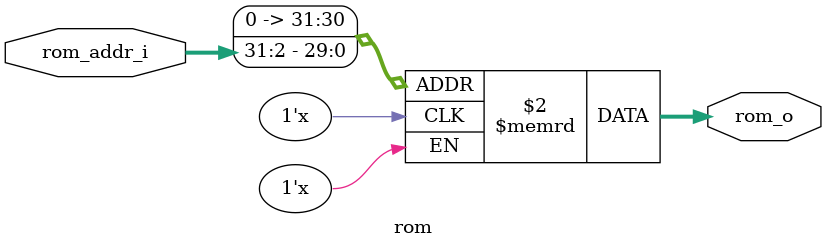
<source format=v>
module rom(
	input wire[31:0] rom_addr_i,
	output reg[31:0] rom_o
);

	reg[31:0] rom_mem[0:4095];  //4096 个 32b的 空间  //错
	
	always @(*)begin
		rom_o = rom_mem[rom_addr_i>>2];
	end

endmodule
</source>
